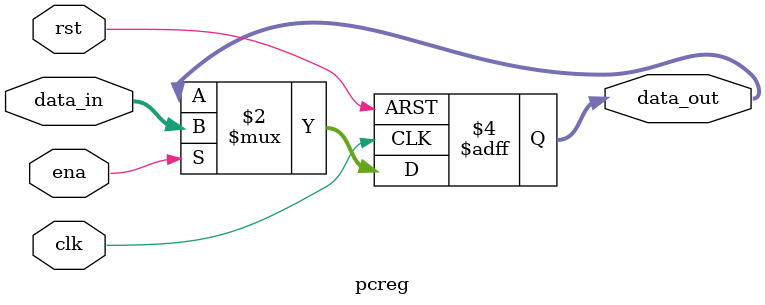
<source format=v>
`timescale 1ns / 1ps


module pcreg(
    input clk,              
    input rst,            
    input ena,         
    input [31:0] data_in,   
    output reg [31:0] data_out 
);

    // Òì²½¸´Î»ºÍÊ¹ÄÜÂß¼­
    always @(posedge clk or posedge rst) begin
        if (rst) begin
            data_out <= 32'b0;      // Òì²½¸´Î»£¬¸ßµçÆ½Ê±ÇåÁã¼Ä´æÆ÷
        end else if (ena) begin
            data_out <= data_in;    // ÔÚÊ¹ÄÜÐÅºÅÓÐÐ§Ê±£¬¸³Öµdata_in
        end
    end
endmodule

</source>
